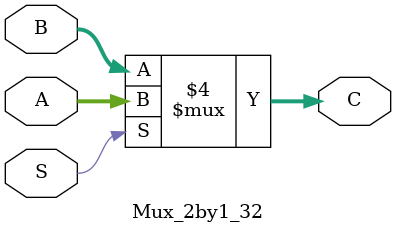
<source format=v>
module Mux_2by1_32(input [31:0] A, input [31:0] B, input S, output reg [31:0] C);
    always @(*)
        if(S==1)
            C=A;
        else
            C=B;
endmodule


</source>
